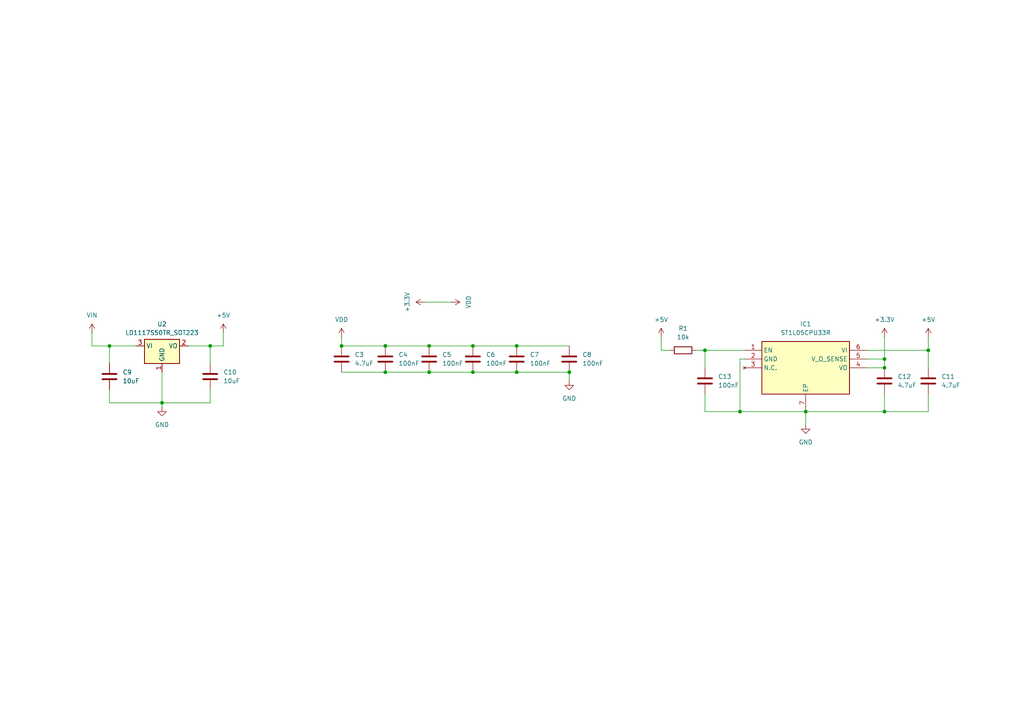
<source format=kicad_sch>
(kicad_sch (version 20231120) (generator "eeschema") (generator_version "8.0")
  (paper "A4")
  (lib_symbols
    (symbol "Device:C" (pin_numbers hide) (pin_names (offset 0.254))
      (property "Reference" "C" (at 0.635 2.54 0))
      (property "Value" "C" (at 0.635 -2.54 0))
      (symbol "C_0_1"
        (polyline (pts (xy -2.032 -0.762) (xy 2.032 -0.762)) (stroke (width 0.508)))
        (polyline (pts (xy -2.032 0.762) (xy 2.032 0.762)) (stroke (width 0.508)))
      )
      (symbol "C_1_1"
        (pin passive line (at 0 3.81 270) (length 2.794) (name "~") (number "1"))
        (pin passive line (at 0 -3.81 90) (length 2.794) (name "~") (number "2"))
      )
    )
    (symbol "Device:R" (pin_numbers hide) (pin_names (offset 0))
      (property "Reference" "R" (at 2.032 0 90))
      (property "Value" "R" (at 0 0 90))
      (symbol "R_0_1"
        (rectangle (start -1.016 -2.54) (end 1.016 2.54) (stroke (width 0.254)))
      )
      (symbol "R_1_1"
        (pin passive line (at 0 3.81 270) (length 1.27) (name "~") (number "1"))
        (pin passive line (at 0 -3.81 90) (length 1.27) (name "~") (number "2"))
      )
    )
    (symbol "Regulator_Linear:LD1117S50TR_SOT223"
      (property "Reference" "U" (at -3.81 3.175 0))
      (property "Value" "LD1117S50TR_SOT223" (at 0 3.175 0))
      (symbol "LD1117S50TR_SOT223_0_1"
        (rectangle (start -5.08 -5.08) (end 5.08 1.905) (stroke (width 0.254)) (fill (type background)))
      )
      (symbol "LD1117S50TR_SOT223_1_1"
        (pin power_in line (at 0 -7.62 90) (length 2.54) (name "GND") (number "1"))
        (pin power_out line (at 7.62 0 180) (length 2.54) (name "VO") (number "2"))
        (pin power_in line (at -7.62 0 0) (length 2.54) (name "VI") (number "3"))
      )
    )
    (symbol "VanguardLib:ST1L05CPU33R"
      (property "Reference" "IC" (at 31.75 7.62 0))
      (property "Value" "ST1L05CPU33R" (at 31.75 5.08 0))
      (symbol "ST1L05CPU33R_1_1"
        (rectangle (start 5.08 2.54) (end 30.48 -12.7) (stroke (width 0.254)) (fill (type background)))
        (pin passive line (at 0 0 0) (length 5.08) (name "EN") (number "1"))
        (pin passive line (at 0 -2.54 0) (length 5.08) (name "GND") (number "2"))
        (pin no_connect line (at 0 -5.08 0) (length 5.08) (name "N.C.") (number "3"))
        (pin passive line (at 35.56 -5.08 180) (length 5.08) (name "VO") (number "4"))
        (pin passive line (at 35.56 -2.54 180) (length 5.08) (name "V_O_SENSE") (number "5"))
        (pin passive line (at 35.56 0 180) (length 5.08) (name "VI") (number "6"))
        (pin passive line (at 17.78 -17.78 90) (length 5.08) (name "EP") (number "7"))
      )
    )
    (symbol "power:+10V" (power) (pin_numbers hide) (pin_names (offset 0) hide)
      (property "Value" "+10V" (at 0 3.556 0))
      (symbol "+10V_0_1"
        (polyline (pts (xy -0.762 1.27) (xy 0 2.54)))
        (polyline (pts (xy 0 0) (xy 0 2.54)))
        (polyline (pts (xy 0 2.54) (xy 0.762 1.27)))
      )
      (symbol "+10V_1_1"
        (pin power_in line (at 0 0 90) (length 0) (name "~") (number "1"))
      )
    )
    (symbol "power:+3.3V" (power) (pin_numbers hide) (pin_names (offset 0) hide)
      (property "Value" "+3.3V" (at 0 3.556 0))
      (symbol "+3.3V_0_1"
        (polyline (pts (xy -0.762 1.27) (xy 0 2.54)))
        (polyline (pts (xy 0 0) (xy 0 2.54)))
        (polyline (pts (xy 0 2.54) (xy 0.762 1.27)))
      )
      (symbol "+3.3V_1_1"
        (pin power_in line (at 0 0 90) (length 0) (name "~") (number "1"))
      )
    )
    (symbol "power:+5V" (power) (pin_numbers hide) (pin_names (offset 0) hide)
      (property "Value" "+5V" (at 0 3.556 0))
      (symbol "+5V_0_1"
        (polyline (pts (xy -0.762 1.27) (xy 0 2.54)))
        (polyline (pts (xy 0 0) (xy 0 2.54)))
        (polyline (pts (xy 0 2.54) (xy 0.762 1.27)))
      )
      (symbol "+5V_1_1"
        (pin power_in line (at 0 0 90) (length 0) (name "~") (number "1"))
      )
    )
    (symbol "power:GND" (power) (pin_numbers hide) (pin_names (offset 0) hide)
      (property "Value" "GND" (at 0 -3.81 0))
      (symbol "GND_0_1"
        (polyline (pts (xy 0 0) (xy 0 -1.27) (xy 1.27 -1.27) (xy 0 -2.54) (xy -1.27 -1.27) (xy 0 -1.27)))
      )
      (symbol "GND_1_1"
        (pin power_in line (at 0 0 270) (length 0) (name "~") (number "1"))
      )
    )
    (symbol "power:VDD" (power) (pin_numbers hide) (pin_names (offset 0) hide)
      (property "Value" "VDD" (at 0 3.556 0))
      (symbol "VDD_0_1"
        (polyline (pts (xy -0.762 1.27) (xy 0 2.54)))
        (polyline (pts (xy 0 0) (xy 0 2.54)))
        (polyline (pts (xy 0 2.54) (xy 0.762 1.27)))
      )
      (symbol "VDD_1_1"
        (pin power_in line (at 0 0 90) (length 0) (name "~") (number "1"))
      )
    )
  )
  (junction (at 137.16 100.33))
  (junction (at 111.76 100.33))
  (junction (at 124.46 107.95))
  (junction (at 46.99 116.84))
  (junction (at 137.16 107.95))
  (junction (at 60.96 100.33))
  (junction (at 149.86 107.95))
  (junction (at 165.1 107.95))
  (junction (at 256.54 119.38))
  (junction (at 256.54 104.14))
  (junction (at 124.46 100.33))
  (junction (at 99.06 100.33))
  (junction (at 269.24 101.6))
  (junction (at 31.75 100.33))
  (junction (at 111.76 107.95))
  (junction (at 204.47 101.6))
  (junction (at 149.86 100.33))
  (junction (at 214.63 119.38))
  (junction (at 256.54 106.68))
  (junction (at 233.68 119.38))
  (wire (pts (xy 46.99 107.95) (xy 46.99 116.84)))
  (wire (pts (xy 99.06 107.95) (xy 111.76 107.95)))
  (wire (pts (xy 31.75 100.33) (xy 26.67 100.33)))
  (wire (pts (xy 191.77 97.79) (xy 191.77 101.6)))
  (wire (pts (xy 99.06 97.79) (xy 99.06 100.33)))
  (wire (pts (xy 204.47 119.38) (xy 214.63 119.38)))
  (wire (pts (xy 215.9 104.14) (xy 214.63 104.14)))
  (wire (pts (xy 123.19 87.63) (xy 130.81 87.63)))
  (wire (pts (xy 149.86 107.95) (xy 165.1 107.95)))
  (wire (pts (xy 137.16 100.33) (xy 149.86 100.33)))
  (wire (pts (xy 251.46 104.14) (xy 256.54 104.14)))
  (wire (pts (xy 204.47 101.6) (xy 215.9 101.6)))
  (wire (pts (xy 256.54 97.79) (xy 256.54 104.14)))
  (wire (pts (xy 251.46 106.68) (xy 256.54 106.68)))
  (wire (pts (xy 256.54 119.38) (xy 256.54 114.3)))
  (wire (pts (xy 269.24 97.79) (xy 269.24 101.6)))
  (wire (pts (xy 137.16 107.95) (xy 149.86 107.95)))
  (wire (pts (xy 256.54 106.68) (xy 256.54 104.14)))
  (wire (pts (xy 204.47 101.6) (xy 204.47 106.68)))
  (wire (pts (xy 191.77 101.6) (xy 194.31 101.6)))
  (wire (pts (xy 201.93 101.6) (xy 204.47 101.6)))
  (wire (pts (xy 46.99 116.84) (xy 60.96 116.84)))
  (wire (pts (xy 149.86 100.33) (xy 165.1 100.33)))
  (wire (pts (xy 269.24 106.68) (xy 269.24 101.6)))
  (wire (pts (xy 31.75 116.84) (xy 31.75 113.03)))
  (wire (pts (xy 26.67 96.52) (xy 26.67 100.33)))
  (wire (pts (xy 54.61 100.33) (xy 60.96 100.33)))
  (wire (pts (xy 111.76 107.95) (xy 124.46 107.95)))
  (wire (pts (xy 124.46 107.95) (xy 137.16 107.95)))
  (wire (pts (xy 60.96 116.84) (xy 60.96 113.03)))
  (wire (pts (xy 214.63 119.38) (xy 233.68 119.38)))
  (wire (pts (xy 165.1 107.95) (xy 165.1 110.49)))
  (wire (pts (xy 269.24 119.38) (xy 256.54 119.38)))
  (wire (pts (xy 46.99 118.11) (xy 46.99 116.84)))
  (wire (pts (xy 233.68 119.38) (xy 256.54 119.38)))
  (wire (pts (xy 233.68 119.38) (xy 233.68 123.19)))
  (wire (pts (xy 214.63 104.14) (xy 214.63 119.38)))
  (wire (pts (xy 60.96 100.33) (xy 64.77 100.33)))
  (wire (pts (xy 31.75 100.33) (xy 31.75 105.41)))
  (wire (pts (xy 204.47 114.3) (xy 204.47 119.38)))
  (wire (pts (xy 251.46 101.6) (xy 269.24 101.6)))
  (wire (pts (xy 64.77 96.52) (xy 64.77 100.33)))
  (wire (pts (xy 39.37 100.33) (xy 31.75 100.33)))
  (wire (pts (xy 31.75 116.84) (xy 46.99 116.84)))
  (wire (pts (xy 111.76 100.33) (xy 124.46 100.33)))
  (wire (pts (xy 269.24 114.3) (xy 269.24 119.38)))
  (wire (pts (xy 124.46 100.33) (xy 137.16 100.33)))
  (wire (pts (xy 99.06 100.33) (xy 111.76 100.33)))
  (wire (pts (xy 60.96 100.33) (xy 60.96 105.41)))
  (symbol (lib_id "power:+5V") (at 191.77 97.79 0) (unit 1)
    (property "Reference" "#PWR014" (effects (hide yes)))
    (property "Value" "+5V" (at 191.77 92.71 0))
    (property "Description" "Power symbol creates a global label with name \"+5V\"" (effects (hide yes)))
  )
  (symbol (lib_id "power:+10V") (at 26.67 96.52 0) (unit 1)
    (property "Reference" "#PWR09" (effects (hide yes)))
    (property "Value" "VIN" (at 26.67 91.44 0))
    (property "Description" "Power symbol creates a global label with name \"+10V\"" (effects (hide yes)))
  )
  (symbol (lib_id "Device:C") (at 149.86 104.14 0) (unit 1)
    (property "Reference" "C7" (at 153.67 102.8699 0) (effects (justify left)))
    (property "Value" "100nF" (at 153.67 105.4099 0) (effects (justify left)))
    (property "Footprint" "Capacitor_SMD:C_0201_0603Metric" (effects (hide yes)))
    (property "Description" "Unpolarized capacitor" (effects (hide yes)))
  )
  (symbol (lib_id "power:+3.3V") (at 123.19 87.63 90) (unit 1)
    (property "Reference" "#PWR05" (effects (hide yes)))
    (property "Value" "+3.3V" (at 118.11 87.63 0))
    (property "Description" "Power symbol creates a global label with name \"+3.3V\"" (effects (hide yes)))
  )
  (symbol (lib_id "power:GND") (at 46.99 118.11 0) (unit 1)
    (property "Reference" "#PWR011" (effects (hide yes)))
    (property "Value" "GND" (at 46.99 123.19 0))
    (property "Description" "Power symbol creates a global label with name \"GND\" , ground" (effects (hide yes)))
  )
  (symbol (lib_id "power:GND") (at 165.1 110.49 0) (unit 1)
    (property "Reference" "#PWR08" (effects (hide yes)))
    (property "Value" "GND" (at 165.1 115.57 0))
    (property "Description" "Power symbol creates a global label with name \"GND\" , ground" (effects (hide yes)))
  )
  (symbol (lib_id "Device:R") (at 198.12 101.6 90) (unit 1)
    (property "Reference" "R1" (at 198.12 95.25 90))
    (property "Value" "10k" (at 198.12 97.79 90))
    (property "Footprint" "Resistor_SMD:R_0603_1608Metric" (effects (hide yes)))
    (property "Description" "Resistor" (effects (hide yes)))
  )
  (symbol (lib_id "Device:C") (at 111.76 104.14 0) (unit 1)
    (property "Reference" "C4" (at 115.57 102.8699 0) (effects (justify left)))
    (property "Value" "100nF" (at 115.57 105.4099 0) (effects (justify left)))
    (property "Footprint" "Capacitor_SMD:C_0201_0603Metric" (effects (hide yes)))
    (property "Description" "Unpolarized capacitor" (effects (hide yes)))
  )
  (symbol (lib_id "Device:C") (at 204.47 110.49 0) (unit 1)
    (property "Reference" "C13" (at 208.28 109.2199 0) (effects (justify left)))
    (property "Value" "100nF" (at 208.28 111.7599 0) (effects (justify left)))
    (property "Footprint" "Capacitor_SMD:C_0603_1608Metric" (effects (hide yes)))
    (property "Description" "Unpolarized capacitor" (effects (hide yes)))
  )
  (symbol (lib_id "Device:C") (at 256.54 110.49 0) (unit 1)
    (property "Reference" "C12" (at 260.35 109.2199 0) (effects (justify left)))
    (property "Value" "4.7uF" (at 260.35 111.7599 0) (effects (justify left)))
    (property "Footprint" "Capacitor_SMD:C_0603_1608Metric" (effects (hide yes)))
    (property "Description" "Unpolarized capacitor" (effects (hide yes)))
  )
  (symbol (lib_id "Device:C") (at 31.75 109.22 0) (unit 1)
    (property "Reference" "C9" (at 35.56 107.9499 0) (effects (justify left)))
    (property "Value" "10uF" (at 35.56 110.4899 0) (effects (justify left)))
    (property "Footprint" "Capacitor_SMD:C_0603_1608Metric" (effects (hide yes)))
    (property "Description" "Unpolarized capacitor" (effects (hide yes)))
  )
  (symbol (lib_id "Device:C") (at 137.16 104.14 0) (unit 1)
    (property "Reference" "C6" (at 140.97 102.8699 0) (effects (justify left)))
    (property "Value" "100nF" (at 140.97 105.4099 0) (effects (justify left)))
    (property "Footprint" "Capacitor_SMD:C_0201_0603Metric" (effects (hide yes)))
    (property "Description" "Unpolarized capacitor" (effects (hide yes)))
  )
  (symbol (lib_id "power:+5V") (at 64.77 96.52 0) (unit 1)
    (property "Reference" "#PWR010" (effects (hide yes)))
    (property "Value" "+5V" (at 64.77 91.44 0))
    (property "Description" "Power symbol creates a global label with name \"+5V\"" (effects (hide yes)))
  )
  (symbol (lib_id "Device:C") (at 99.06 104.14 0) (unit 1)
    (property "Reference" "C3" (at 102.87 102.8699 0) (effects (justify left)))
    (property "Value" "4.7uF" (at 102.87 105.4099 0) (effects (justify left)))
    (property "Footprint" "Capacitor_SMD:C_0201_0603Metric" (effects (hide yes)))
    (property "Description" "Unpolarized capacitor" (effects (hide yes)))
  )
  (symbol (lib_id "Device:C") (at 124.46 104.14 0) (unit 1)
    (property "Reference" "C5" (at 128.27 102.8699 0) (effects (justify left)))
    (property "Value" "100nF" (at 128.27 105.4099 0) (effects (justify left)))
    (property "Footprint" "Capacitor_SMD:C_0201_0603Metric" (effects (hide yes)))
    (property "Description" "Unpolarized capacitor" (effects (hide yes)))
  )
  (symbol (lib_id "Device:C") (at 60.96 109.22 0) (unit 1)
    (property "Reference" "C10" (at 64.77 107.9499 0) (effects (justify left)))
    (property "Value" "10uF" (at 64.77 110.4899 0) (effects (justify left)))
    (property "Footprint" "Capacitor_SMD:C_0603_1608Metric" (effects (hide yes)))
    (property "Description" "Unpolarized capacitor" (effects (hide yes)))
  )
  (symbol (lib_id "Device:C") (at 165.1 104.14 0) (unit 1)
    (property "Reference" "C8" (at 168.91 102.8699 0) (effects (justify left)))
    (property "Value" "100nF" (at 168.91 105.4099 0) (effects (justify left)))
    (property "Footprint" "Capacitor_SMD:C_0201_0603Metric" (effects (hide yes)))
    (property "Description" "Unpolarized capacitor" (effects (hide yes)))
  )
  (symbol (lib_id "power:+3.3V") (at 256.54 97.79 0) (unit 1)
    (property "Reference" "#PWR015" (effects (hide yes)))
    (property "Value" "+3.3V" (at 256.54 92.71 0))
    (property "Description" "Power symbol creates a global label with name \"+3.3V\"" (effects (hide yes)))
  )
  (symbol (lib_id "Regulator_Linear:LD1117S50TR_SOT223") (at 46.99 100.33 0) (unit 1)
    (property "Reference" "U2" (at 46.99 93.98 0))
    (property "Value" "LD1117S50TR_SOT223" (at 46.99 96.52 0))
    (property "Footprint" "Package_TO_SOT_SMD:SOT-223-3_TabPin2" (effects (hide yes)))
    (property "Datasheet" "http://www.st.com/st-web-ui/static/active/en/resource/technical/document/datasheet/CD00000544.pdf" (effects (hide yes)))
    (property "Description" "800mA Fixed Low Drop Positive Voltage Regulator, Fixed Output 5.0V, SOT-223" (effects (hide yes)))
  )
  (symbol (lib_id "VanguardLib:ST1L05CPU33R") (at 215.9 101.6 0) (unit 1)
    (property "Reference" "IC1" (at 233.68 93.98 0))
    (property "Value" "ST1L05CPU33R" (at 233.68 96.52 0))
    (property "Footprint" "SON95P300X300X100-7N-D" (effects (hide yes)))
    (property "Datasheet" "https://www.mouser.de/datasheet/2/389/st1l05-974244.pdf" (effects (hide yes)))
    (property "Description" "LDO Voltage Regulators Low Quiescent BiCMOS Voltage Regulator" (effects (hide yes)))
    (property "Height" "1" (effects (hide yes)))
    (property "Manufacturer_Name" "STMicroelectronics" (effects (hide yes)))
    (property "Manufacturer_Part_Number" "ST1L05CPU33R" (effects (hide yes)))
    (property "Mouser Part Number" "511-ST1L05CPU33R" (effects (hide yes)))
    (property "Mouser Price/Stock" "https://www.mouser.co.uk/ProductDetail/STMicroelectronics/ST1L05CPU33R?qs=J6yVZnuyYCM7Ijtp87hQ4A%3D%3D" (effects (hide yes)))
    (property "Arrow Part Number" "ST1L05CPU33R" (effects (hide yes)))
    (property "Arrow Price/Stock" "https://www.arrow.com/en/products/st1l05cpu33r/stmicroelectronics?utm_currency=USD&region=nac" (effects (hide yes)))
  )
  (symbol (lib_id "Device:C") (at 269.24 110.49 0) (unit 1)
    (property "Reference" "C11" (at 273.05 109.2199 0) (effects (justify left)))
    (property "Value" "4.7uF" (at 273.05 111.7599 0) (effects (justify left)))
    (property "Footprint" "Capacitor_SMD:C_0603_1608Metric" (effects (hide yes)))
    (property "Description" "Unpolarized capacitor" (effects (hide yes)))
  )
  (symbol (lib_id "power:+5V") (at 269.24 97.79 0) (unit 1)
    (property "Reference" "#PWR013" (effects (hide yes)))
    (property "Value" "+5V" (at 269.24 92.71 0))
    (property "Description" "Power symbol creates a global label with name \"+5V\"" (effects (hide yes)))
  )
  (symbol (lib_id "power:GND") (at 233.68 123.19 0) (unit 1)
    (property "Reference" "#PWR012" (effects (hide yes)))
    (property "Value" "GND" (at 233.68 128.27 0))
    (property "Description" "Power symbol creates a global label with name \"GND\" , ground" (effects (hide yes)))
  )
  (symbol (lib_id "power:VDD") (at 130.81 87.63 270) (unit 1)
    (property "Reference" "#PWR06" (effects (hide yes)))
    (property "Value" "VDD" (at 135.89 87.63 0))
    (property "Description" "Power symbol creates a global label with name \"VDD\"" (effects (hide yes)))
  )
  (symbol (lib_id "power:VDD") (at 99.06 97.79 0) (unit 1)
    (property "Reference" "#PWR07" (effects (hide yes)))
    (property "Value" "VDD" (at 99.06 92.71 0))
    (property "Description" "Power symbol creates a global label with name \"VDD\"" (effects (hide yes)))
  )
)
</source>
